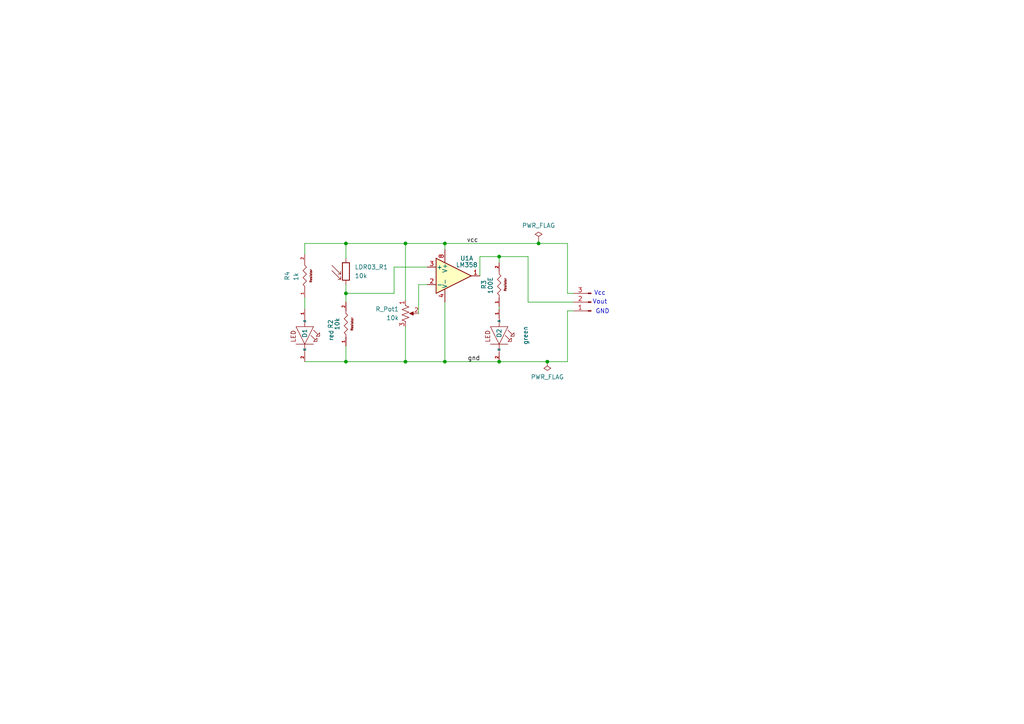
<source format=kicad_sch>
(kicad_sch (version 20231120) (generator "eeschema") (generator_version "8.0")
  (paper "A4")
  (lib_symbols
    (symbol "Amplifier_Operational:LM358" (pin_names (offset 0.127))
      (property "Reference" "U" (at 0 5.08 0))
      (property "Value" "LM358" (at 0 -5.08 0))
      (symbol "LM358_1_1"
        (polyline (pts (xy -5.08 5.08) (xy 5.08 0) (xy -5.08 -5.08) (xy -5.08 5.08)) (stroke (width 0.254)) (fill (type background)))
        (pin output line (at 7.62 0 180) (length 2.54) (name "~") (number "1"))
        (pin input line (at -7.62 -2.54 0) (length 2.54) (name "-") (number "2"))
        (pin input line (at -7.62 2.54 0) (length 2.54) (name "+") (number "3"))
      )
      (symbol "LM358_2_1"
        (polyline (pts (xy -5.08 5.08) (xy 5.08 0) (xy -5.08 -5.08) (xy -5.08 5.08)) (stroke (width 0.254)) (fill (type background)))
        (pin input line (at -7.62 2.54 0) (length 2.54) (name "+") (number "5"))
        (pin input line (at -7.62 -2.54 0) (length 2.54) (name "-") (number "6"))
        (pin output line (at 7.62 0 180) (length 2.54) (name "~") (number "7"))
      )
      (symbol "LM358_3_1"
        (pin power_in line (at -2.54 -7.62 90) (length 3.81) (name "V-") (number "4"))
        (pin power_in line (at -2.54 7.62 270) (length 3.81) (name "V+") (number "8"))
      )
    )
    (symbol "Connector:Conn_01x03_Pin" (pin_names (offset 1.016) hide)
      (property "Reference" "J" (at 0 5.08 0))
      (property "Value" "Conn_01x03_Pin" (at 0 -5.08 0))
      (symbol "Conn_01x03_Pin_1_1"
        (polyline (pts (xy 1.27 -2.54) (xy 0.8636 -2.54)) (stroke (width 0.1524)))
        (polyline (pts (xy 1.27 0) (xy 0.8636 0)) (stroke (width 0.1524)))
        (polyline (pts (xy 1.27 2.54) (xy 0.8636 2.54)) (stroke (width 0.1524)))
        (rectangle (start 0.8636 -2.413) (end 0 -2.667) (stroke (width 0.1524)) (fill (type outline)))
        (rectangle (start 0.8636 0.127) (end 0 -0.127) (stroke (width 0.1524)) (fill (type outline)))
        (rectangle (start 0.8636 2.667) (end 0 2.413) (stroke (width 0.1524)) (fill (type outline)))
        (pin passive line (at 5.08 2.54 180) (length 3.81) (name "Pin_1") (number "1"))
        (pin passive line (at 5.08 0 180) (length 3.81) (name "Pin_2") (number "2"))
        (pin passive line (at 5.08 -2.54 180) (length 3.81) (name "Pin_3") (number "3"))
      )
    )
    (symbol "Device:R_Potentiometer_US" (pin_names (offset 1.016) hide)
      (property "Reference" "RV" (at -4.445 0 90))
      (property "Value" "R_Potentiometer_US" (at -2.54 0 90))
      (symbol "R_Potentiometer_US_0_1"
        (polyline (pts (xy 0 -2.286) (xy 0 -2.54)))
        (polyline (pts (xy 0 2.54) (xy 0 2.286)))
        (polyline (pts (xy 2.54 0) (xy 1.524 0)))
        (polyline (pts (xy 1.143 0) (xy 2.286 0.508) (xy 2.286 -0.508) (xy 1.143 0)) (fill (type outline)))
        (polyline (pts (xy 0 -0.762) (xy 1.016 -1.143) (xy 0 -1.524) (xy -1.016 -1.905) (xy 0 -2.286)))
        (polyline (pts (xy 0 0.762) (xy 1.016 0.381) (xy 0 0) (xy -1.016 -0.381) (xy 0 -0.762)))
        (polyline (pts (xy 0 2.286) (xy 1.016 1.905) (xy 0 1.524) (xy -1.016 1.143) (xy 0 0.762)))
      )
      (symbol "R_Potentiometer_US_1_1"
        (pin passive line (at 0 3.81 270) (length 1.27) (name "1") (number "1"))
        (pin passive line (at 3.81 0 180) (length 1.27) (name "2") (number "2"))
        (pin passive line (at 0 -3.81 90) (length 1.27) (name "3") (number "3"))
      )
    )
    (symbol "Led_1:Led"
      (property "Reference" "D" (at -0.762 0 0))
      (symbol "Led_0_1"
        (polyline (pts (xy 0.254 5.842) (xy 0.254 5.842)))
        (polyline (pts (xy 2.54 2.54) (xy 2.54 -2.54)))
        (polyline (pts (xy -2.54 2.54) (xy -2.54 -2.54) (xy 2.54 0) (xy -2.54 2.54)))
      )
      (symbol "Led_1_1"
        (polyline (pts (xy -2.54 0) (xy -5.08 0)))
        (polyline (pts (xy -1.524 2.54) (xy -0.254 3.81)))
        (polyline (pts (xy 0 1.778) (xy 1.27 3.048)))
        (polyline (pts (xy 2.54 0) (xy 5.08 0)))
        (polyline (pts (xy -0.254 3.81) (xy -0.762 4.318) (xy 0.254 4.318) (xy 0.254 3.302) (xy -0.254 3.81)))
        (polyline (pts (xy 1.27 3.048) (xy 0.762 3.556) (xy 1.778 3.556) (xy 1.778 2.54) (xy 1.27 3.048)))
        (text "LED" (at 0.254 -3.302 0) (effects (font (size 1.27 1.27))))
        (pin passive line (at -7.62 0 0) (length 2.54) (name "A") (number "1"))
        (pin passive line (at 7.62 0 180) (length 2.54) (name "K") (number "2"))
      )
    )
    (symbol "Resistor_1:Resistor"
      (property "Reference" "R" (at 0 1.524 0))
      (symbol "Resistor_1_1"
        (polyline (pts (xy -3.048 0) (xy -4.318 0)))
        (polyline (pts (xy 3.048 0) (xy 3.81 0)))
        (polyline (pts (xy -3.048 0) (xy -2.54 0.508) (xy -1.524 -0.508) (xy -0.508 0.508) (xy 0.508 -0.508) (xy 1.524 0.508) (xy 2.54 -0.508) (xy 3.048 0)))
        (text "Resistor" (at 0 -1.778 0) (effects (font (size 0.635 0.635))))
        (pin passive line (at -6.35 0 0) (length 2.54) (name "") (number "1"))
        (pin passive line (at 6.35 0 180) (length 2.54) (name "") (number "2"))
      )
    )
    (symbol "Sensor_Optical:LDR03" (pin_numbers hide) (pin_names (offset 0))
      (property "Reference" "R" (at -5.08 0 90))
      (property "Value" "LDR03" (at 1.905 0 90))
      (symbol "LDR03_0_1"
        (rectangle (start -1.016 2.54) (end 1.016 -2.54) (stroke (width 0.254)))
        (polyline (pts (xy -1.524 -2.286) (xy -4.064 0.254)))
        (polyline (pts (xy -1.524 -2.286) (xy -2.286 -2.286)))
        (polyline (pts (xy -1.524 -2.286) (xy -1.524 -1.524)))
        (polyline (pts (xy -1.524 -0.762) (xy -4.064 1.778)))
        (polyline (pts (xy -1.524 -0.762) (xy -2.286 -0.762)))
        (polyline (pts (xy -1.524 -0.762) (xy -1.524 0)))
      )
      (symbol "LDR03_1_1"
        (pin passive line (at 0 3.81 270) (length 1.27) (name "~") (number "1"))
        (pin passive line (at 0 -3.81 90) (length 1.27) (name "~") (number "2"))
      )
    )
    (symbol "power:PWR_FLAG" (power) (pin_numbers hide) (pin_names (offset 0) hide)
      (property "Value" "PWR_FLAG" (at 0 3.81 0))
      (symbol "PWR_FLAG_0_0"
        (pin power_out line (at 0 0 90) (length 0) (name "~") (number "1"))
      )
      (symbol "PWR_FLAG_0_1"
        (polyline (pts (xy 0 0) (xy 0 1.27) (xy -1.016 1.905) (xy 0 2.54) (xy 1.016 1.905) (xy 0 1.27)))
      )
    )
  )
  (junction (at 117.602 70.612))
  (junction (at 156.21 70.612))
  (junction (at 100.33 85.09))
  (junction (at 144.78 74.422))
  (junction (at 117.602 104.902))
  (junction (at 144.78 104.902))
  (junction (at 100.33 70.612))
  (junction (at 129.032 104.902))
  (junction (at 100.33 104.902))
  (junction (at 158.75 104.902))
  (junction (at 129.032 70.612))
  (wire (pts (xy 139.192 74.422) (xy 144.78 74.422)))
  (wire (pts (xy 129.032 70.612) (xy 156.21 70.612)))
  (wire (pts (xy 117.602 70.612) (xy 129.032 70.612)))
  (wire (pts (xy 100.33 100.33) (xy 100.33 104.902)))
  (wire (pts (xy 164.592 85.09) (xy 166.37 85.09)))
  (wire (pts (xy 139.192 80.01) (xy 139.192 74.422)))
  (wire (pts (xy 117.602 94.742) (xy 117.602 104.902)))
  (wire (pts (xy 158.75 104.902) (xy 164.592 104.902)))
  (wire (pts (xy 88.392 73.66) (xy 88.392 70.612)))
  (wire (pts (xy 100.33 70.612) (xy 100.33 74.93)))
  (wire (pts (xy 100.33 85.09) (xy 100.33 87.63)))
  (wire (pts (xy 88.392 89.662) (xy 88.392 86.36)))
  (wire (pts (xy 114.3 77.47) (xy 114.3 85.09)))
  (wire (pts (xy 129.032 70.612) (xy 129.032 72.39)))
  (wire (pts (xy 121.412 90.932) (xy 121.412 82.55)))
  (wire (pts (xy 164.592 90.17) (xy 166.37 90.17)))
  (wire (pts (xy 156.21 69.85) (xy 156.21 70.612)))
  (wire (pts (xy 88.392 70.612) (xy 100.33 70.612)))
  (wire (pts (xy 153.162 87.63) (xy 153.162 74.422)))
  (wire (pts (xy 123.952 77.47) (xy 114.3 77.47)))
  (wire (pts (xy 153.162 74.422) (xy 144.78 74.422)))
  (wire (pts (xy 100.33 82.55) (xy 100.33 85.09)))
  (wire (pts (xy 129.032 104.902) (xy 144.78 104.902)))
  (wire (pts (xy 144.78 74.422) (xy 144.78 76.2)))
  (wire (pts (xy 121.412 82.55) (xy 123.952 82.55)))
  (wire (pts (xy 166.37 87.63) (xy 153.162 87.63)))
  (wire (pts (xy 100.33 104.902) (xy 117.602 104.902)))
  (wire (pts (xy 117.602 104.902) (xy 129.032 104.902)))
  (wire (pts (xy 117.602 70.612) (xy 117.602 87.122)))
  (wire (pts (xy 164.592 70.612) (xy 164.592 85.09)))
  (wire (pts (xy 144.78 89.662) (xy 144.78 88.9)))
  (wire (pts (xy 156.21 70.612) (xy 164.592 70.612)))
  (wire (pts (xy 100.33 70.612) (xy 117.602 70.612)))
  (wire (pts (xy 164.592 90.17) (xy 164.592 104.902)))
  (wire (pts (xy 129.032 87.63) (xy 129.032 104.902)))
  (wire (pts (xy 114.3 85.09) (xy 100.33 85.09)))
  (wire (pts (xy 88.392 104.902) (xy 100.33 104.902)))
  (wire (pts (xy 144.78 104.902) (xy 158.75 104.902)))
  (text "GND\n\n" (at 174.752 91.44 0) (effects (font (size 1.27 1.27))))
  (text "Vcc\n" (at 173.99 85.09 0) (effects (font (size 1.25 1.25))))
  (text "\nVout\n\n" (at 173.99 87.63 0) (effects (font (size 1.27 1.27))))
  (label "gnd" (at 135.636 104.902 0))
  (label "vcc" (at 135.382 70.612 0))
  (symbol (lib_id "Device:R_Potentiometer_US") (at 117.602 90.932 0) (unit 1)
    (property "Reference" "R_Pot1" (at 115.697 89.6619 0) (effects (justify right)))
    (property "Value" "10k" (at 115.697 92.2019 0) (effects (justify right)))
    (property "Footprint" "Potentiometer_THT:Potentiometer_Runtron_RM-065_Vertical" (effects (hide yes)))
    (property "Description" "Potentiometer, US symbol" (effects (hide yes)))
  )
  (symbol (lib_id "Amplifier_Operational:LM358") (at 131.572 80.01 0) (unit 1)
    (property "Reference" "U1" (at 135.382 74.93 0))
    (property "Value" "LM358" (at 135.382 76.835 0))
    (property "Footprint" "Package_DIP:DIP-8_W7.62mm" (effects (hide yes)))
    (property "Datasheet" "http://www.ti.com/lit/ds/symlink/lm2904-n.pdf" (effects (hide yes)))
    (property "Description" "Low-Power, Dual Operational Amplifiers, DIP-8/SOIC-8/TO-99-8" (effects (hide yes)))
  )
  (symbol (lib_id "Connector:Conn_01x03_Pin") (at 171.45 87.63 180) (unit 1)
    (property "Reference" "J1" (effects (hide yes)))
    (property "Value" "Conn_01x03_Pin" (effects (hide yes)))
    (property "Footprint" "Connector_PinHeader_2.54mm:PinHeader_1x03_P2.54mm_Vertical" (effects (hide yes)))
    (property "Description" "Generic connector, single row, 01x03, script generated" (effects (hide yes)))
  )
  (symbol (lib_id "power:PWR_FLAG") (at 156.21 69.85 0) (unit 1)
    (property "Reference" "#FLG01" (effects (hide yes)))
    (property "Value" "PWR_FLAG" (at 156.21 65.405 0))
    (property "Description" "Special symbol for telling ERC where power comes from" (effects (hide yes)))
  )
  (symbol (lib_id "Resistor_1:Resistor") (at 100.33 93.98 90) (unit 1)
    (property "Reference" "R2" (at 95.885 93.98 0))
    (property "Value" "10k" (at 97.79 93.98 0))
    (property "Footprint" "Resistor_THT:R_Axial_DIN0207_L6.3mm_D2.5mm_P7.62mm_Horizontal" (effects (hide yes)))
  )
  (symbol (lib_id "Resistor_1:Resistor") (at 88.392 80.01 90) (unit 1)
    (property "Reference" "R4" (at 83.312 80.01 0))
    (property "Value" "1k" (at 85.852 80.264 0))
    (property "Footprint" "Resistor_THT:R_Axial_DIN0207_L6.3mm_D2.5mm_P7.62mm_Horizontal" (effects (hide yes)))
  )
  (symbol (lib_id "Led_1:Led") (at 144.78 97.282 270) (unit 1)
    (property "Reference" "D2" (at 144.78 96.647 0))
    (property "Value" "green" (at 152.4 97.282 0))
    (property "Footprint" "Led_2:Led_D5.00mm" (effects (hide yes)))
  )
  (symbol (lib_id "Led_1:Led") (at 88.392 97.282 270) (unit 1)
    (property "Reference" "D1" (at 88.392 96.647 0))
    (property "Value" "red" (at 96.012 97.282 0))
    (property "Footprint" "Led_2:Led_D5.00mm" (effects (hide yes)))
  )
  (symbol (lib_id "Amplifier_Operational:LM358") (at 131.572 80.01 0) (unit 3)
    (property "Reference" "U1" (effects (hide yes)))
    (property "Value" "LM358" (effects (hide yes)))
    (property "Footprint" "Package_DIP:DIP-8_W7.62mm" (effects (hide yes)))
    (property "Datasheet" "http://www.ti.com/lit/ds/symlink/lm2904-n.pdf" (effects (hide yes)))
    (property "Description" "Low-Power, Dual Operational Amplifiers, DIP-8/SOIC-8/TO-99-8" (effects (hide yes)))
  )
  (symbol (lib_id "Resistor_1:Resistor") (at 144.78 82.55 90) (unit 1)
    (property "Reference" "R3" (at 140.335 82.55 0))
    (property "Value" "100E" (at 142.24 82.804 0))
    (property "Footprint" "Resistor_THT:R_Axial_DIN0207_L6.3mm_D2.5mm_P7.62mm_Horizontal" (effects (hide yes)))
  )
  (symbol (lib_id "power:PWR_FLAG") (at 158.75 104.902 180) (unit 1)
    (property "Reference" "#FLG02" (effects (hide yes)))
    (property "Value" "PWR_FLAG" (at 158.75 109.347 0))
    (property "Description" "Special symbol for telling ERC where power comes from" (effects (hide yes)))
  )
  (symbol (lib_id "Sensor_Optical:LDR03") (at 100.33 78.74 0) (unit 1)
    (property "Reference" "LDR03_R1" (at 102.87 77.4699 0) (effects (justify left)))
    (property "Value" "10k" (at 102.87 80.0099 0) (effects (justify left)))
    (property "Footprint" "OptoDevice:R_LDR_10x8.5mm_P7.6mm_Vertical" (effects (hide yes)))
    (property "Datasheet" "http://www.elektronica-componenten.nl/WebRoot/StoreNL/Shops/61422969/54F1/BA0C/C664/31B9/2173/C0A8/2AB9/2AEF/LDR03IMP.pdf" (effects (hide yes)))
    (property "Description" "light dependent resistor" (effects (hide yes)))
  )
)
</source>
